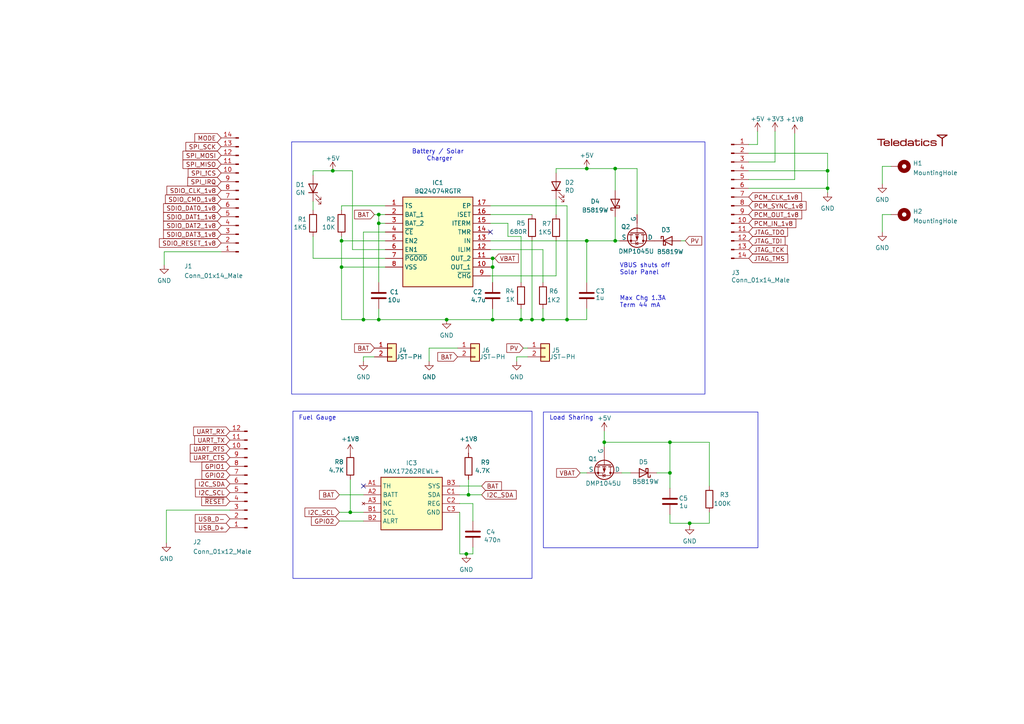
<source format=kicad_sch>
(kicad_sch (version 20231120) (generator "eeschema") (generator_version "8.0")
  (paper "A4")
  (title_block (title "TD-WRLS Battery hAT") (date "2024-09-02") (rev "1.0") (company "Teledatics Inc") (comment 1 "James Ewing"))
  (lib_symbols
    (symbol "Battery_Management:BQ24074RGTT"
      (property "Reference" "IC1" (at 14.605 16.3943 0))
      (property "Value" "BQ24074RGTT" (at 14.605 13.97 0))
      (symbol "BQ24074RGTT_1_1"
        (pin passive line (at 0 8.89 0) (length 5.08) (name "TS") (number "1"))
        (pin passive line (at 30.48 -8.89 180) (length 5.08) (name "OUT_1") (number "10"))
        (pin passive line (at 30.48 -6.35 180) (length 5.08) (name "OUT_2") (number "11"))
        (pin passive line (at 30.48 -3.81 180) (length 5.08) (name "ILIM") (number "12"))
        (pin passive line (at 30.48 -1.27 180) (length 5.08) (name "IN") (number "13"))
        (pin passive line (at 30.48 1.27 180) (length 5.08) (name "TMR") (number "14"))
        (pin passive line (at 30.48 3.81 180) (length 5.08) (name "ITERM") (number "15"))
        (pin passive line (at 30.48 6.35 180) (length 5.08) (name "ISET") (number "16"))
        (pin passive line (at 30.48 8.89 180) (length 5.08) (name "EP") (number "17"))
        (pin passive line (at 0 6.35 0) (length 5.08) (name "BAT_1") (number "2"))
        (pin passive line (at 0 3.81 0) (length 5.08) (name "BAT_2") (number "3"))
        (pin passive line (at 0 1.27 0) (length 5.08) (name "~{CE}") (number "4"))
        (pin passive line (at 0 -1.27 0) (length 5.08) (name "EN2") (number "5"))
        (pin passive line (at 0 -3.81 0) (length 5.08) (name "EN1") (number "6"))
        (pin passive line (at 0 -6.35 0) (length 5.08) (name "~{PGOOD}") (number "7"))
        (pin passive line (at 0 -8.89 0) (length 5.08) (name "VSS") (number "8"))
        (pin passive line (at 30.48 -11.43 180) (length 5.08) (name "~{CHG}") (number "9"))
      )
    )
    (symbol "Battery_Management:MAX17262REWL+"
      (property "Reference" "IC" (at 24.13 7.62 0))
      (property "Value" "MAX17262REWL+" (at 24.13 5.08 0))
      (symbol "MAX17262REWL+_1_1"
        (pin passive line (at 0 0 0) (length 5.08) (name "TH") (number "A1"))
        (pin passive line (at 0 -2.54 0) (length 5.08) (name "BATT") (number "A2"))
        (pin no_connect line (at 0 -5.08 0) (length 5.08) (name "NC") (number "A3"))
        (pin passive line (at 0 -7.62 0) (length 5.08) (name "SCL") (number "B1"))
        (pin passive line (at 0 -10.16 0) (length 5.08) (name "ALRT") (number "B2"))
        (pin passive line (at 27.94 0 180) (length 5.08) (name "SYS") (number "B3"))
        (pin passive line (at 27.94 -2.54 180) (length 5.08) (name "SDA") (number "C1"))
        (pin passive line (at 27.94 -5.08 180) (length 5.08) (name "REG") (number "C2"))
        (pin passive line (at 27.94 -7.62 180) (length 5.08) (name "GND") (number "C3"))
      )
    )
    (symbol "Conn_01x14_Male_1" (pin_names (offset 1.016) hide)
      (property "Reference" "J" (at 0 17.78 0))
      (property "Value" "Conn_01x14_Male_1" (at 0 -20.32 0))
      (symbol "Conn_01x14_Male_1_1_1"
        (pin passive line (at 5.08 15.24 180) (length 3.81) (name "Pin_1") (number "1"))
        (pin passive line (at 5.08 -7.62 180) (length 3.81) (name "Pin_10") (number "10"))
        (pin passive line (at 5.08 -10.16 180) (length 3.81) (name "Pin_11") (number "11"))
        (pin passive line (at 5.08 -12.7 180) (length 3.81) (name "Pin_12") (number "12"))
        (pin passive line (at 5.08 -15.24 180) (length 3.81) (name "Pin_13") (number "13"))
        (pin passive line (at 5.08 -17.78 180) (length 3.81) (name "Pin_14") (number "14"))
        (pin passive line (at 5.08 12.7 180) (length 3.81) (name "Pin_2") (number "2"))
        (pin passive line (at 5.08 10.16 180) (length 3.81) (name "Pin_3") (number "3"))
        (pin passive line (at 5.08 7.62 180) (length 3.81) (name "Pin_4") (number "4"))
        (pin passive line (at 5.08 5.08 180) (length 3.81) (name "Pin_5") (number "5"))
        (pin passive line (at 5.08 2.54 180) (length 3.81) (name "Pin_6") (number "6"))
        (pin passive line (at 5.08 0 180) (length 3.81) (name "Pin_7") (number "7"))
        (pin passive line (at 5.08 -2.54 180) (length 3.81) (name "Pin_8") (number "8"))
        (pin passive line (at 5.08 -5.08 180) (length 3.81) (name "Pin_9") (number "9"))
      )
    )
    (symbol "Connector:Conn_01x12_Male" (pin_names (offset 1.016) hide)
      (property "Reference" "J" (at 0 15.24 0))
      (property "Value" "Conn_01x12_Male" (at 0 -17.78 0))
      (symbol "Conn_01x12_Male_1_1"
        (pin passive line (at 5.08 12.7 180) (length 3.81) (name "Pin_1") (number "1"))
        (pin passive line (at 5.08 -10.16 180) (length 3.81) (name "Pin_10") (number "10"))
        (pin passive line (at 5.08 -12.7 180) (length 3.81) (name "Pin_11") (number "11"))
        (pin passive line (at 5.08 -15.24 180) (length 3.81) (name "Pin_12") (number "12"))
        (pin passive line (at 5.08 10.16 180) (length 3.81) (name "Pin_2") (number "2"))
        (pin passive line (at 5.08 7.62 180) (length 3.81) (name "Pin_3") (number "3"))
        (pin passive line (at 5.08 5.08 180) (length 3.81) (name "Pin_4") (number "4"))
        (pin passive line (at 5.08 2.54 180) (length 3.81) (name "Pin_5") (number "5"))
        (pin passive line (at 5.08 0 180) (length 3.81) (name "Pin_6") (number "6"))
        (pin passive line (at 5.08 -2.54 180) (length 3.81) (name "Pin_7") (number "7"))
        (pin passive line (at 5.08 -5.08 180) (length 3.81) (name "Pin_8") (number "8"))
        (pin passive line (at 5.08 -7.62 180) (length 3.81) (name "Pin_9") (number "9"))
      )
    )
    (symbol "Connector:Conn_01x14_Male" (pin_names (offset 1.016) hide)
      (property "Reference" "J" (at 0 17.78 0))
      (property "Value" "Conn_01x14_Male" (at 0 -20.32 0))
      (symbol "Conn_01x14_Male_1_1"
        (pin passive line (at 5.08 15.24 180) (length 3.81) (name "Pin_1") (number "1"))
        (pin passive line (at 5.08 -7.62 180) (length 3.81) (name "Pin_10") (number "10"))
        (pin passive line (at 5.08 -10.16 180) (length 3.81) (name "Pin_11") (number "11"))
        (pin passive line (at 5.08 -12.7 180) (length 3.81) (name "Pin_12") (number "12"))
        (pin passive line (at 5.08 -15.24 180) (length 3.81) (name "Pin_13") (number "13"))
        (pin passive line (at 5.08 -17.78 180) (length 3.81) (name "Pin_14") (number "14"))
        (pin passive line (at 5.08 12.7 180) (length 3.81) (name "Pin_2") (number "2"))
        (pin passive line (at 5.08 10.16 180) (length 3.81) (name "Pin_3") (number "3"))
        (pin passive line (at 5.08 7.62 180) (length 3.81) (name "Pin_4") (number "4"))
        (pin passive line (at 5.08 5.08 180) (length 3.81) (name "Pin_5") (number "5"))
        (pin passive line (at 5.08 2.54 180) (length 3.81) (name "Pin_6") (number "6"))
        (pin passive line (at 5.08 0 180) (length 3.81) (name "Pin_7") (number "7"))
        (pin passive line (at 5.08 -2.54 180) (length 3.81) (name "Pin_8") (number "8"))
        (pin passive line (at 5.08 -5.08 180) (length 3.81) (name "Pin_9") (number "9"))
      )
    )
    (symbol "Connector_Generic:Conn_01x02" (pin_names (offset 1.016) hide)
      (property "Reference" "J" (at 0 2.54 0))
      (property "Value" "Conn_01x02" (at 0 -5.08 0))
      (symbol "Conn_01x02_1_1"
        (pin passive line (at -5.08 0 0) (length 3.81) (name "Pin_1") (number "1"))
        (pin passive line (at -5.08 -2.54 0) (length 3.81) (name "Pin_2") (number "2"))
      )
    )
    (symbol "Device:C" (pin_numbers hide) (pin_names (offset 0.254))
      (property "Reference" "C" (at 0.635 2.54 0))
      (property "Value" "C" (at 0.635 -2.54 0))
      (symbol "C_1_1"
        (pin passive line (at 0 3.81 270) (length 2.794) (name "~") (number "1"))
        (pin passive line (at 0 -3.81 90) (length 2.794) (name "~") (number "2"))
      )
    )
    (symbol "Device:D_Schottky" (pin_numbers hide) (pin_names (offset 1.016) hide)
      (property "Reference" "D" (at 0 2.54 0))
      (property "Value" "D_Schottky" (at 0 -2.54 0))
      (symbol "D_Schottky_1_1"
        (pin passive line (at -3.81 0 0) (length 2.54) (name "K") (number "1"))
        (pin passive line (at 3.81 0 180) (length 2.54) (name "A") (number "2"))
      )
    )
    (symbol "Device:LED" (pin_numbers hide) (pin_names (offset 1.016) hide)
      (property "Reference" "D" (at 0 2.54 0))
      (property "Value" "LED" (at 0 -2.54 0))
      (symbol "LED_1_1"
        (pin passive line (at -3.81 0 0) (length 2.54) (name "K") (number "1"))
        (pin passive line (at 3.81 0 180) (length 2.54) (name "A") (number "2"))
      )
    )
    (symbol "Device:R" (pin_numbers hide) (pin_names (offset 0))
      (property "Reference" "R" (at 2.032 0 90))
      (property "Value" "R" (at 0 0 90))
      (symbol "R_1_1"
        (pin passive line (at 0 3.81 270) (length 1.27) (name "~") (number "1"))
        (pin passive line (at 0 -3.81 90) (length 1.27) (name "~") (number "2"))
      )
    )
    (symbol "Mechanical:MountingHole_Pad" (pin_numbers hide) (pin_names (offset 1.016) hide)
      (property "Reference" "H" (at 0 6.35 0))
      (property "Value" "MountingHole_Pad" (at 0 4.445 0))
      (symbol "MountingHole_Pad_1_1"
        (pin input line (at 0 -2.54 90) (length 2.54) (name "1") (number "1"))
      )
    )
    (symbol "Simulation_SPICE:PMOS" (pin_numbers hide) (pin_names (offset 0))
      (property "Reference" "Q" (at 5.08 1.27 0))
      (property "Value" "PMOS" (at 5.08 -1.27 0))
      (symbol "PMOS_1_1"
        (pin passive line (at 2.54 5.08 270) (length 2.54) (name "D") (number "1"))
        (pin input line (at -5.08 0 0) (length 2.54) (name "G") (number "2"))
        (pin passive line (at 2.54 -5.08 90) (length 2.54) (name "S") (number "3"))
      )
    )
    (symbol "power:+1V8" (power) (pin_numbers hide) (pin_names (offset 0) hide)
      (property "Value" "+1V8" (at 0 3.556 0))
      (symbol "+1V8_1_1"
        (pin power_in line (at 0 0 90) (length 0) (name "~") (number "1"))
      )
    )
    (symbol "power:+3V3" (power) (pin_names (offset 0))
      (property "Value" "+3V3" (at 0 3.556 0))
      (symbol "+3V3_1_1"
        (pin power_in line (at 0 0 90) (length 0) hide (name "+3V3") (number "1"))
      )
    )
    (symbol "power:+5V" (power) (pin_names (offset 0))
      (property "Value" "+5V" (at 0 3.556 0))
      (symbol "+5V_1_1"
        (pin power_in line (at 0 0 90) (length 0) hide (name "+5V") (number "1"))
      )
    )
    (symbol "power:GND" (power) (pin_names (offset 0))
      (property "Value" "GND" (at 0 -3.81 0))
      (symbol "GND_1_1"
        (pin power_in line (at 0 0 270) (length 0) hide (name "GND") (number "1"))
      )
    )
    (symbol "teledatics:teledatics_logo" (pin_names (offset 1.016)))
  )
  (junction (at 142.875 92.71))
  (junction (at 135.255 160.655))
  (junction (at 109.855 92.71))
  (junction (at 129.54 92.71))
  (junction (at 142.875 77.47))
  (junction (at 154.305 92.71))
  (junction (at 101.6 148.59))
  (junction (at 142.875 74.93))
  (junction (at 164.465 92.71))
  (junction (at 109.855 62.23))
  (junction (at 170.18 48.895))
  (junction (at 240.03 49.53))
  (junction (at 157.48 92.71))
  (junction (at 99.06 69.85))
  (junction (at 96.52 49.53))
  (junction (at 178.435 69.85))
  (junction (at 200.025 151.765))
  (junction (at 105.41 92.71))
  (junction (at 170.18 69.85))
  (junction (at 151.13 92.71))
  (junction (at 135.89 143.51))
  (junction (at 178.435 48.895))
  (junction (at 109.855 64.77))
  (junction (at 194.31 137.16))
  (junction (at 194.31 128.27))
  (junction (at 240.03 54.61))
  (junction (at 99.06 77.47))
  (junction (at 175.26 128.27))
  (no_connect (at 142.24 67.31))
  (no_connect (at 105.41 140.97))
  (wire (pts (xy 101.6 139.065) (xy 101.6 148.59)))
  (wire (pts (xy 132.715 100.965) (xy 124.46 100.965)))
  (wire (pts (xy 217.17 49.53) (xy 240.03 49.53)))
  (wire (pts (xy 133.35 146.05) (xy 137.16 146.05)))
  (wire (pts (xy 99.06 77.47) (xy 111.76 77.47)))
  (wire (pts (xy 255.905 53.34) (xy 255.905 48.26)))
  (wire (pts (xy 197.485 69.85) (xy 198.755 69.85)))
  (wire (pts (xy 170.18 69.85) (xy 178.435 69.85)))
  (wire (pts (xy 108.585 62.23) (xy 109.855 62.23)))
  (wire (pts (xy 178.435 69.85) (xy 179.705 69.85)))
  (wire (pts (xy 157.48 72.39) (xy 157.48 81.915)))
  (wire (pts (xy 255.905 67.31) (xy 255.905 62.23)))
  (wire (pts (xy 217.17 44.45) (xy 240.03 44.45)))
  (wire (pts (xy 217.17 41.91) (xy 219.71 41.91)))
  (wire (pts (xy 200.025 151.765) (xy 200.025 152.4)))
  (wire (pts (xy 135.89 139.065) (xy 135.89 143.51)))
  (wire (pts (xy 105.41 92.71) (xy 109.855 92.71)))
  (wire (pts (xy 48.26 147.955) (xy 48.26 157.48)))
  (wire (pts (xy 137.16 146.05) (xy 137.16 151.13)))
  (wire (pts (xy 170.18 89.535) (xy 170.18 92.71)))
  (wire (pts (xy 142.875 77.47) (xy 142.875 81.915)))
  (wire (pts (xy 153.035 103.505) (xy 149.86 103.505)))
  (wire (pts (xy 151.13 68.58) (xy 151.13 81.915)))
  (wire (pts (xy 135.255 160.655) (xy 133.35 160.655)))
  (wire (pts (xy 194.31 149.225) (xy 194.31 151.765)))
  (wire (pts (xy 157.48 89.535) (xy 157.48 92.71)))
  (wire (pts (xy 154.305 92.71) (xy 157.48 92.71)))
  (wire (pts (xy 133.35 148.59) (xy 133.35 160.655)))
  (wire (pts (xy 64.135 73.025) (xy 47.625 73.025)))
  (wire (pts (xy 200.025 151.765) (xy 205.74 151.765)))
  (wire (pts (xy 142.24 64.77) (xy 147.32 64.77)))
  (wire (pts (xy 142.24 77.47) (xy 142.875 77.47)))
  (wire (pts (xy 147.32 68.58) (xy 147.32 64.77)))
  (wire (pts (xy 184.785 62.23) (xy 184.785 48.895)))
  (wire (pts (xy 151.13 92.71) (xy 154.305 92.71)))
  (wire (pts (xy 175.26 125.095) (xy 175.26 128.27)))
  (wire (pts (xy 99.06 77.47) (xy 99.06 92.71)))
  (wire (pts (xy 240.03 49.53) (xy 240.03 54.61)))
  (wire (pts (xy 99.06 59.69) (xy 111.76 59.69)))
  (wire (pts (xy 109.855 64.77) (xy 109.855 81.915)))
  (wire (pts (xy 255.905 48.26) (xy 258.445 48.26)))
  (wire (pts (xy 99.06 69.85) (xy 99.06 77.47)))
  (wire (pts (xy 96.52 49.53) (xy 102.235 49.53)))
  (wire (pts (xy 164.465 92.71) (xy 170.18 92.71)))
  (wire (pts (xy 90.805 68.58) (xy 90.805 74.93)))
  (wire (pts (xy 142.875 92.71) (xy 151.13 92.71)))
  (wire (pts (xy 161.29 50.165) (xy 161.29 48.895)))
  (wire (pts (xy 98.425 148.59) (xy 101.6 148.59)))
  (wire (pts (xy 99.06 92.71) (xy 105.41 92.71)))
  (wire (pts (xy 161.29 69.85) (xy 161.29 80.01)))
  (wire (pts (xy 217.17 52.07) (xy 230.505 52.07)))
  (wire (pts (xy 142.24 80.01) (xy 161.29 80.01)))
  (wire (pts (xy 170.18 69.85) (xy 170.18 81.915)))
  (wire (pts (xy 66.675 147.955) (xy 48.26 147.955)))
  (wire (pts (xy 142.875 89.535) (xy 142.875 92.71)))
  (wire (pts (xy 164.465 59.69) (xy 164.465 92.71)))
  (wire (pts (xy 190.5 137.16) (xy 194.31 137.16)))
  (wire (pts (xy 109.855 62.23) (xy 109.855 64.77)))
  (wire (pts (xy 205.74 148.59) (xy 205.74 151.765)))
  (wire (pts (xy 101.6 148.59) (xy 105.41 148.59)))
  (wire (pts (xy 90.805 49.53) (xy 90.805 50.8)))
  (wire (pts (xy 142.24 69.85) (xy 170.18 69.85)))
  (wire (pts (xy 151.13 89.535) (xy 151.13 92.71)))
  (wire (pts (xy 105.41 67.31) (xy 105.41 92.71)))
  (wire (pts (xy 178.435 48.895) (xy 184.785 48.895)))
  (wire (pts (xy 157.48 92.71) (xy 164.465 92.71)))
  (wire (pts (xy 98.425 151.13) (xy 105.41 151.13)))
  (wire (pts (xy 217.17 54.61) (xy 240.03 54.61)))
  (wire (pts (xy 105.41 103.505) (xy 105.41 104.775)))
  (wire (pts (xy 109.855 89.535) (xy 109.855 92.71)))
  (wire (pts (xy 124.46 100.965) (xy 124.46 104.775)))
  (wire (pts (xy 142.875 74.93) (xy 143.51 74.93)))
  (wire (pts (xy 129.54 92.71) (xy 142.875 92.71)))
  (wire (pts (xy 137.16 160.655) (xy 135.255 160.655)))
  (wire (pts (xy 105.41 67.31) (xy 111.76 67.31)))
  (wire (pts (xy 135.89 143.51) (xy 139.7 143.51)))
  (wire (pts (xy 217.17 46.99) (xy 224.79 46.99)))
  (wire (pts (xy 133.35 140.97) (xy 139.7 140.97)))
  (wire (pts (xy 111.76 74.93) (xy 90.805 74.93)))
  (wire (pts (xy 99.06 69.85) (xy 111.76 69.85)))
  (wire (pts (xy 224.79 38.1) (xy 224.79 46.99)))
  (wire (pts (xy 99.06 59.69) (xy 99.06 60.96)))
  (wire (pts (xy 90.805 49.53) (xy 96.52 49.53)))
  (wire (pts (xy 109.855 64.77) (xy 111.76 64.77)))
  (wire (pts (xy 137.16 158.75) (xy 137.16 160.655)))
  (wire (pts (xy 142.24 72.39) (xy 157.48 72.39)))
  (wire (pts (xy 219.71 38.1) (xy 219.71 41.91)))
  (wire (pts (xy 142.24 59.69) (xy 164.465 59.69)))
  (wire (pts (xy 142.24 62.23) (xy 154.305 62.23)))
  (wire (pts (xy 230.505 52.07) (xy 230.505 38.735)))
  (wire (pts (xy 255.905 62.23) (xy 258.445 62.23)))
  (wire (pts (xy 102.235 72.39) (xy 111.76 72.39)))
  (wire (pts (xy 98.425 143.51) (xy 105.41 143.51)))
  (wire (pts (xy 178.435 48.895) (xy 178.435 55.245)))
  (wire (pts (xy 142.875 77.47) (xy 142.875 74.93)))
  (wire (pts (xy 161.29 57.785) (xy 161.29 62.23)))
  (wire (pts (xy 170.18 48.895) (xy 178.435 48.895)))
  (wire (pts (xy 154.305 69.85) (xy 154.305 92.71)))
  (wire (pts (xy 47.625 73.025) (xy 47.625 76.835)))
  (wire (pts (xy 108.585 103.505) (xy 105.41 103.505)))
  (wire (pts (xy 151.13 68.58) (xy 147.32 68.58)))
  (wire (pts (xy 194.31 128.27) (xy 194.31 137.16)))
  (wire (pts (xy 194.31 128.27) (xy 205.74 128.27)))
  (wire (pts (xy 240.03 44.45) (xy 240.03 49.53)))
  (wire (pts (xy 178.435 62.865) (xy 178.435 69.85)))
  (wire (pts (xy 175.26 128.27) (xy 175.26 129.54)))
  (wire (pts (xy 168.275 137.16) (xy 170.18 137.16)))
  (wire (pts (xy 149.86 103.505) (xy 149.86 104.775)))
  (wire (pts (xy 102.235 72.39) (xy 102.235 49.53)))
  (wire (pts (xy 161.29 48.895) (xy 170.18 48.895)))
  (wire (pts (xy 109.855 92.71) (xy 129.54 92.71)))
  (wire (pts (xy 99.06 68.58) (xy 99.06 69.85)))
  (wire (pts (xy 180.34 137.16) (xy 182.88 137.16)))
  (wire (pts (xy 194.31 151.765) (xy 200.025 151.765)))
  (wire (pts (xy 133.35 143.51) (xy 135.89 143.51)))
  (wire (pts (xy 142.24 74.93) (xy 142.875 74.93)))
  (wire (pts (xy 90.805 58.42) (xy 90.805 60.96)))
  (wire (pts (xy 240.03 54.61) (xy 240.03 55.88)))
  (wire (pts (xy 205.74 128.27) (xy 205.74 140.97)))
  (wire (pts (xy 175.26 128.27) (xy 194.31 128.27)))
  (wire (pts (xy 194.31 137.16) (xy 194.31 141.605)))
  (wire (pts (xy 111.76 62.23) (xy 109.855 62.23)))
  (wire (pts (xy 151.765 100.965) (xy 153.035 100.965)))
  (rectangle (start 84.582 41.148) (end 204.47 114.3))
  (rectangle (start 157.607 119.507) (end 219.837 158.877))
  (rectangle (start 84.963 119.253) (end 154.305 167.767))
  (text "Fuel Gauge" (at 92.075 121.285 0) (effects (font (size 1.27 1.27))))
  (text "Max Chg 1.3A\nTerm 44 mA\n" (at 179.705 87.63 0) (effects (font (size 1.27 1.27)) (justify left)))
  (text "Load Sharing" (at 165.735 121.285 0) (effects (font (size 1.27 1.27))))
  (text "VBUS shuts off\nSolar Panel" (at 179.705 78.105 0) (effects (font (size 1.27 1.27)) (justify left)))
  (text "Battery / Solar\n Charger" (at 127 45.085 0) (effects (font (size 1.27 1.27))))
  (global_label "GPIO1" (shape input) (at 66.675 135.255 180) (property "Intersheetrefs" "${INTERSHEET_REFS}" (effects (hide yes))))
  (global_label "SPI_IRQ" (shape input) (at 64.135 52.705 180) (property "Intersheetrefs" "${INTERSHEET_REFS}" (effects (hide yes))))
  (global_label "VBAT" (shape input) (at 168.275 137.16 180) (property "Intersheetrefs" "${INTERSHEET_REFS}" (effects (hide yes))))
  (global_label "PCM_IN_1v8" (shape input) (at 217.17 64.77 0) (property "Intersheetrefs" "${INTERSHEET_REFS}" (effects (hide yes))))
  (global_label "UART_CTS" (shape input) (at 66.675 132.715 180) (property "Intersheetrefs" "${INTERSHEET_REFS}" (effects (hide yes))))
  (global_label "SDIO_CLK_1v8" (shape input) (at 64.135 55.245 180) (property "Intersheetrefs" "${INTERSHEET_REFS}" (effects (hide yes))))
  (global_label "SDIO_DAT2_1v8" (shape input) (at 64.135 65.405 180) (property "Intersheetrefs" "${INTERSHEET_REFS}" (effects (hide yes))))
  (global_label "MODE" (shape input) (at 64.135 40.005 180) (property "Intersheetrefs" "${INTERSHEET_REFS}" (effects (hide yes))))
  (global_label "I2C_SDA" (shape input) (at 139.7 143.51 0) (property "Intersheetrefs" "${INTERSHEET_REFS}" (effects (hide yes))))
  (global_label "PCM_CLK_1v8" (shape input) (at 217.17 57.15 0) (property "Intersheetrefs" "${INTERSHEET_REFS}" (effects (hide yes))))
  (global_label "GPIO2" (shape input) (at 66.675 137.795 180) (property "Intersheetrefs" "${INTERSHEET_REFS}" (effects (hide yes))))
  (global_label "BAT" (shape input) (at 139.7 140.97 0) (property "Intersheetrefs" "${INTERSHEET_REFS}" (effects (hide yes))))
  (global_label "SDIO_CMD_1v8" (shape input) (at 64.135 57.785 180) (property "Intersheetrefs" "${INTERSHEET_REFS}" (effects (hide yes))))
  (global_label "BAT" (shape input) (at 108.585 100.965 180) (property "Intersheetrefs" "${INTERSHEET_REFS}" (effects (hide yes))))
  (global_label "SPI_!CS" (shape input) (at 64.135 50.165 180) (property "Intersheetrefs" "${INTERSHEET_REFS}" (effects (hide yes))))
  (global_label "USB_D+" (shape input) (at 66.675 153.035 180) (property "Intersheetrefs" "${INTERSHEET_REFS}" (effects (hide yes))))
  (global_label "JTAG_TDO" (shape input) (at 217.17 67.31 0) (property "Intersheetrefs" "${INTERSHEET_REFS}" (effects (hide yes))))
  (global_label "SPI_SCK" (shape input) (at 64.135 42.545 180) (property "Intersheetrefs" "${INTERSHEET_REFS}" (effects (hide yes))))
  (global_label "BAT" (shape input) (at 98.425 143.51 180) (property "Intersheetrefs" "${INTERSHEET_REFS}" (effects (hide yes))))
  (global_label "PCM_OUT_1v8" (shape input) (at 217.17 62.23 0) (property "Intersheetrefs" "${INTERSHEET_REFS}" (effects (hide yes))))
  (global_label "BAT" (shape input) (at 132.715 103.505 180) (property "Intersheetrefs" "${INTERSHEET_REFS}" (effects (hide yes))))
  (global_label "SDIO_DAT3_1v8" (shape input) (at 64.135 67.945 180) (property "Intersheetrefs" "${INTERSHEET_REFS}" (effects (hide yes))))
  (global_label "USB_D-" (shape input) (at 66.675 150.495 180) (property "Intersheetrefs" "${INTERSHEET_REFS}" (effects (hide yes))))
  (global_label "JTAG_TMS" (shape input) (at 217.17 74.93 0) (property "Intersheetrefs" "${INTERSHEET_REFS}" (effects (hide yes))))
  (global_label "JTAG_TCK" (shape input) (at 217.17 72.39 0) (property "Intersheetrefs" "${INTERSHEET_REFS}" (effects (hide yes))))
  (global_label "~{RESET}" (shape input) (at 66.675 145.415 180) (property "Intersheetrefs" "${INTERSHEET_REFS}" (effects (hide yes))))
  (global_label "I2C_SCL" (shape input) (at 98.425 148.59 180) (property "Intersheetrefs" "${INTERSHEET_REFS}" (effects (hide yes))))
  (global_label "JTAG_TDI" (shape input) (at 217.17 69.85 0) (property "Intersheetrefs" "${INTERSHEET_REFS}" (effects (hide yes))))
  (global_label "SDIO_RESET_1v8" (shape input) (at 64.135 70.485 180) (property "Intersheetrefs" "${INTERSHEET_REFS}" (effects (hide yes))))
  (global_label "UART_RX" (shape input) (at 66.675 125.095 180) (property "Intersheetrefs" "${INTERSHEET_REFS}" (effects (hide yes))))
  (global_label "SPI_MISO" (shape input) (at 64.135 47.625 180) (property "Intersheetrefs" "${INTERSHEET_REFS}" (effects (hide yes))))
  (global_label "I2C_SDA" (shape input) (at 66.675 140.335 180) (property "Intersheetrefs" "${INTERSHEET_REFS}" (effects (hide yes))))
  (global_label "SDIO_DAT0_1v8" (shape input) (at 64.135 60.325 180) (property "Intersheetrefs" "${INTERSHEET_REFS}" (effects (hide yes))))
  (global_label "BAT" (shape input) (at 108.585 62.23 180) (property "Intersheetrefs" "${INTERSHEET_REFS}" (effects (hide yes))))
  (global_label "I2C_SCL" (shape input) (at 66.675 142.875 180) (property "Intersheetrefs" "${INTERSHEET_REFS}" (effects (hide yes))))
  (global_label "VBAT" (shape input) (at 143.51 74.93 0) (property "Intersheetrefs" "${INTERSHEET_REFS}" (effects (hide yes))))
  (global_label "PCM_SYNC_1v8" (shape input) (at 217.17 59.69 0) (property "Intersheetrefs" "${INTERSHEET_REFS}" (effects (hide yes))))
  (global_label "SDIO_DAT1_1v8" (shape input) (at 64.135 62.865 180) (property "Intersheetrefs" "${INTERSHEET_REFS}" (effects (hide yes))))
  (global_label "UART_RTS" (shape input) (at 66.675 130.175 180) (property "Intersheetrefs" "${INTERSHEET_REFS}" (effects (hide yes))))
  (global_label "PV" (shape input) (at 198.755 69.85 0) (property "Intersheetrefs" "${INTERSHEET_REFS}" (effects (hide yes))))
  (global_label "GPIO2" (shape input) (at 98.425 151.13 180) (property "Intersheetrefs" "${INTERSHEET_REFS}" (effects (hide yes))))
  (global_label "SPI_MOSI" (shape input) (at 64.135 45.085 180) (property "Intersheetrefs" "${INTERSHEET_REFS}" (effects (hide yes))))
  (global_label "PV" (shape input) (at 151.765 100.965 180) (property "Intersheetrefs" "${INTERSHEET_REFS}" (effects (hide yes))))
  (global_label "UART_TX" (shape input) (at 66.675 127.635 180) (property "Intersheetrefs" "${INTERSHEET_REFS}" (effects (hide yes))))
  (symbol (lib_id "Device:R") (at 90.805 64.77 0) (mirror y) (unit 1)
    (property "Reference" "R1" (at 89.027 63.6016 0) (effects (justify left)))
    (property "Value" "1K5" (at 89.027 65.913 0) (effects (justify left)))
    (property "Footprint" "Resistor_SMD:R_0603_1608Metric" (effects (hide yes)))
  )
  (symbol (lib_id "Device:LED") (at 90.805 54.61 90) (unit 1)
    (property "Reference" "D1" (at 85.725 53.5686 90) (effects (justify right)))
    (property "Value" "GN" (at 85.725 55.88 90) (effects (justify right)))
    (property "Footprint" "LED_SMD:LED_0805_2012Metric" (effects (hide yes)))
  )
  (symbol (lib_id "power:GND") (at 124.46 104.775 0) (unit 1)
    (property "Reference" "#PWR017" (effects (hide yes)))
    (property "Value" "GND" (at 124.46 109.3374 0))
  )
  (symbol (lib_id "power:GND") (at 240.03 55.88 0) (unit 1)
    (property "Reference" "#PWR011" (effects (hide yes)))
    (property "Value" "GND" (at 240.03 60.4424 0))
  )
  (symbol (lib_id "power:GND") (at 105.41 104.775 0) (unit 1)
    (property "Reference" "#PWR04" (effects (hide yes)))
    (property "Value" "GND" (at 105.41 109.3374 0))
  )
  (symbol (lib_id "Device:C") (at 194.31 145.415 0) (unit 1)
    (property "Reference" "C5" (at 196.85 144.526 0) (effects (justify left)))
    (property "Value" "1u" (at 196.977 146.7104 0) (effects (justify left)))
    (property "Footprint" "Capacitor_SMD:C_0603_1608Metric" (effects (hide yes)))
  )
  (symbol (lib_id "Device:R") (at 205.74 144.78 0) (mirror y) (unit 1)
    (property "Reference" "R3" (at 211.455 143.51 0) (effects (justify left)))
    (property "Value" "100K" (at 212.09 146.05 0) (effects (justify left)))
    (property "Footprint" "Resistor_SMD:R_0603_1608Metric" (effects (hide yes)))
  )
  (symbol (lib_id "power:+5V") (at 96.52 49.53 0) (unit 1)
    (property "Reference" "#PWR03" (effects (hide yes)))
    (property "Value" "+5V" (at 96.52 45.9255 0))
  )
  (symbol (lib_id "Device:D_Schottky") (at 186.69 137.16 180) (unit 1)
    (property "Reference" "D5" (at 187.96 133.985 0) (effects (justify left)))
    (property "Value" "B5819W" (at 191.135 139.7 0) (effects (justify left)))
    (property "Footprint" "Diode_SMD:D_SOD-123" (effects (hide yes)))
  )
  (symbol (lib_id "power:GND") (at 255.905 53.34 0) (unit 1)
    (property "Reference" "#PWR012" (effects (hide yes)))
    (property "Value" "GND" (at 255.905 57.9024 0))
  )
  (symbol (lib_id "Device:R") (at 157.48 85.725 0) (mirror y) (unit 1)
    (property "Reference" "R6" (at 161.925 84.455 0) (effects (justify left)))
    (property "Value" "1K2" (at 162.56 86.995 0) (effects (justify left)))
    (property "Footprint" "Resistor_SMD:R_0603_1608Metric" (effects (hide yes)))
  )
  (symbol (lib_id "Device:LED") (at 161.29 53.975 90) (unit 1)
    (property "Reference" "D2" (at 163.83 52.9336 90) (effects (justify right)))
    (property "Value" "RD" (at 163.83 55.245 90) (effects (justify right)))
    (property "Footprint" "LED_SMD:LED_0805_2012Metric" (effects (hide yes)))
  )
  (symbol (lib_name "Conn_01x14_Male_1") (lib_id "Connector:Conn_01x14_Male") (at 69.215 57.785 180) (unit 1)
    (property "Reference" "J1" (at 53.4162 77.1965 0) (effects (justify right)))
    (property "Value" "Conn_01x14_Male" (at 53.4162 79.9716 0) (effects (justify right)))
    (property "Footprint" "Connector_PinHeader_2.54mm:PinHeader_1x14_P2.54mm_Vertical" (effects (hide yes)))
  )
  (symbol (lib_id "power:GND") (at 149.86 104.775 0) (unit 1)
    (property "Reference" "#PWR06" (effects (hide yes)))
    (property "Value" "GND" (at 149.86 109.3374 0))
  )
  (symbol (lib_id "Device:C") (at 109.855 85.725 0) (unit 1)
    (property "Reference" "C1" (at 113.03 84.6836 0) (effects (justify left)))
    (property "Value" "10u" (at 112.395 86.995 0) (effects (justify left)))
    (property "Footprint" "Capacitor_SMD:C_0603_1608Metric" (effects (hide yes)))
  )
  (symbol (lib_id "power:GND") (at 255.905 67.31 0) (unit 1)
    (property "Reference" "#PWR013" (effects (hide yes)))
    (property "Value" "GND" (at 255.905 71.8724 0))
  )
  (symbol (lib_id "Connector:Conn_01x12_Male") (at 71.755 140.335 180) (unit 1)
    (property "Reference" "J2" (at 55.9562 157.2065 0) (effects (justify right)))
    (property "Value" "Conn_01x12_Male" (at 55.9562 159.9816 0) (effects (justify right)))
    (property "Footprint" "Connector_PinHeader_2.54mm:PinHeader_1x12_P2.54mm_Vertical" (effects (hide yes)))
  )
  (symbol (lib_id "power:+1V8") (at 230.505 38.735 0) (unit 1)
    (property "Reference" "#PWR010" (effects (hide yes)))
    (property "Value" "+1V8" (at 230.505 34.6019 0))
    (property "Description" "Power symbol creates a global label with name \"+1V8\"" (effects (hide yes)))
  )
  (symbol (lib_id "power:+5V") (at 175.26 125.095 0) (unit 1)
    (property "Reference" "#PWR015" (effects (hide yes)))
    (property "Value" "+5V" (at 175.26 121.285 0))
  )
  (symbol (lib_id "power:GND") (at 48.26 157.48 0) (unit 1)
    (property "Reference" "#PWR02" (effects (hide yes)))
    (property "Value" "GND" (at 48.26 162.0424 0))
  )
  (symbol (lib_id "power:GND") (at 200.025 152.4 0) (unit 1)
    (property "Reference" "#PWR019" (effects (hide yes)))
    (property "Value" "GND" (at 200.025 156.9624 0))
  )
  (symbol (lib_id "Simulation_SPICE:PMOS") (at 184.785 67.31 270) (unit 1)
    (property "Reference" "Q2" (at 181.483 65.786 90))
    (property "Value" "DMP1045U" (at 184.531 72.898 90))
    (property "Footprint" "Package_TO_SOT_SMD:SOT-23" (effects (hide yes)))
    (property "Datasheet" "https://ngspice.sourceforge.io/docs/ngspice-html-manual/manual.xhtml#cha_MOSFETs" (effects (hide yes)))
    (property "Sim.Device" "PMOS" (effects (hide yes)))
    (property "Sim.Type" "VDMOS" (effects (hide yes)))
    (property "Sim.Pins" "1=D 2=G 3=S" (effects (hide yes)))
  )
  (symbol (lib_id "Device:D_Schottky") (at 193.675 69.85 0) (unit 1)
    (property "Reference" "D3" (at 191.77 66.675 0) (effects (justify left)))
    (property "Value" "B5819W" (at 190.5 73.025 0) (effects (justify left)))
    (property "Footprint" "Diode_SMD:D_SOD-123" (effects (hide yes)))
  )
  (symbol (lib_id "Device:D_Schottky") (at 178.435 59.055 90) (unit 1)
    (property "Reference" "D4" (at 173.99 58.42 90) (effects (justify left)))
    (property "Value" "B5819W" (at 176.53 60.96 90) (effects (justify left)))
    (property "Footprint" "Diode_SMD:D_SOD-123" (effects (hide yes)))
  )
  (symbol (lib_id "Mechanical:MountingHole_Pad") (at 260.985 62.23 270) (unit 1)
    (property "Reference" "H2" (at 264.795 61.3215 90) (effects (justify left)))
    (property "Value" "MountingHole" (at 264.795 64.0966 90) (effects (justify left)))
    (property "Footprint" "MountingHole:MountingHole_3.2mm_M3_Pad" (effects (hide yes)))
  )
  (symbol (lib_id "Mechanical:MountingHole_Pad") (at 260.985 48.26 270) (unit 1)
    (property "Reference" "H1" (at 264.795 47.3515 90) (effects (justify left)))
    (property "Value" "MountingHole" (at 264.795 50.1266 90) (effects (justify left)))
    (property "Footprint" "MountingHole:MountingHole_3.2mm_M3_Pad" (effects (hide yes)))
  )
  (symbol (lib_id "Connector_Generic:Conn_01x02") (at 158.115 100.965 0) (unit 1)
    (property "Reference" "J5" (at 160.02 101.6 0) (effects (justify left)))
    (property "Value" "JST-PH" (at 159.385 103.505 0) (effects (justify left)))
    (property "Footprint" "Connector_JST:JST_PH_B2B-PH-K_1x02_P2.00mm_Vertical" (effects (hide yes)))
    (property "Mfgr" "JST" (effects (hide yes)))
    (property "Vendorpart" "455-1719-ND" (effects (hide yes)))
    (property "Mfgrpart" "S2B-PH-K-S(LF)(SN)" (effects (hide yes)))
  )
  (symbol (lib_id "Battery_Management:MAX17262REWL+") (at 105.41 140.97 0) (unit 1)
    (property "Reference" "IC3" (at 119.38 134.2855 0))
    (property "Value" "MAX17262REWL+" (at 119.38 136.7098 0))
    (property "Footprint" "Package_BGA:BGA9C40P3X3_147X145X69" (effects (hide yes)))
    (property "Datasheet" "https://www.analog.com/MAX17262/datasheet" (effects (hide yes)))
    (property "Description" "5.2A 1-Cell Fuel Gauge with ModelGauge m5 EZ and Internal Current Sensing" (effects (hide yes)))
    (property "Height" "0.69" (effects (hide yes)))
    (property "Manufacturer_Name" "Analog Devices" (effects (hide yes)))
    (property "Manufacturer_Part_Number" "MAX17262REWL+" (effects (hide yes)))
    (property "Mouser Part Number" "700-MAX17262REWL+" (effects (hide yes)))
    (property "Mouser Price/Stock" "https://www.mouser.co.uk/ProductDetail/Analog-Devices-Maxim-Integrated/MAX17262REWL%2b?qs=w%2Fv1CP2dgqo6D36Iz5Uhvw%3D%3D" (effects (hide yes)))
  )
  (symbol (lib_id "Device:C") (at 170.18 85.725 0) (unit 1)
    (property "Reference" "C3" (at 172.72 84.455 0) (effects (justify left)))
    (property "Value" "1u" (at 172.72 86.36 0) (effects (justify left)))
    (property "Footprint" "Capacitor_SMD:C_0603_1608Metric" (effects (hide yes)))
  )
  (symbol (lib_id "power:+3V3") (at 224.79 38.1 0) (unit 1)
    (property "Reference" "#PWR09" (effects (hide yes)))
    (property "Value" "+3V3" (at 224.79 34.4955 0))
  )
  (symbol (lib_id "power:+1V8") (at 101.6 131.445 0) (unit 1)
    (property "Reference" "#PWR018" (effects (hide yes)))
    (property "Value" "+1V8" (at 101.6 127.3119 0))
    (property "Description" "Power symbol creates a global label with name \"+1V8\"" (effects (hide yes)))
  )
  (symbol (lib_id "Device:R") (at 101.6 135.255 0) (mirror y) (unit 1)
    (property "Reference" "R8" (at 99.695 133.985 0) (effects (justify left)))
    (property "Value" "4.7K" (at 99.822 136.398 0) (effects (justify left)))
    (property "Footprint" "Resistor_SMD:R_0603_1608Metric" (effects (hide yes)))
  )
  (symbol (lib_id "power:GND") (at 47.625 76.835 0) (unit 1)
    (property "Reference" "#PWR01" (effects (hide yes)))
    (property "Value" "GND" (at 47.625 81.3974 0))
  )
  (symbol (lib_id "Device:R") (at 151.13 85.725 0) (mirror y) (unit 1)
    (property "Reference" "R4" (at 149.225 84.455 0) (effects (justify left)))
    (property "Value" "1K" (at 149.352 86.868 0) (effects (justify left)))
    (property "Footprint" "Resistor_SMD:R_0603_1608Metric" (effects (hide yes)))
  )
  (symbol (lib_id "Device:C") (at 142.875 85.725 0) (unit 1)
    (property "Reference" "C2" (at 137.16 84.6836 0) (effects (justify left)))
    (property "Value" "4.7u" (at 136.525 86.995 0) (effects (justify left)))
    (property "Footprint" "Capacitor_SMD:C_0603_1608Metric" (effects (hide yes)))
  )
  (symbol (lib_id "power:+1V8") (at 135.89 131.445 0) (unit 1)
    (property "Reference" "#PWR014" (effects (hide yes)))
    (property "Value" "+1V8" (at 135.89 127.3119 0))
    (property "Description" "Power symbol creates a global label with name \"+1V8\"" (effects (hide yes)))
  )
  (symbol (lib_id "Connector_Generic:Conn_01x02") (at 137.795 100.965 0) (unit 1)
    (property "Reference" "J6" (at 139.7 101.6 0) (effects (justify left)))
    (property "Value" "JST-PH" (at 139.065 103.505 0) (effects (justify left)))
    (property "Footprint" "Connector_JST:JST_PH_B2B-PH-K_1x02_P2.00mm_Vertical" (effects (hide yes)))
    (property "Mfgr" "JST" (effects (hide yes)))
    (property "Vendorpart" "455-1719-ND" (effects (hide yes)))
    (property "Mfgrpart" "S2B-PH-K-S(LF)(SN)" (effects (hide yes)))
  )
  (symbol (lib_id "Simulation_SPICE:PMOS") (at 175.26 134.62 270) (unit 1)
    (property "Reference" "Q1" (at 171.958 133.096 90))
    (property "Value" "DMP1045U" (at 175.006 140.208 90))
    (property "Footprint" "Package_TO_SOT_SMD:SOT-23" (effects (hide yes)))
    (property "Datasheet" "https://ngspice.sourceforge.io/docs/ngspice-html-manual/manual.xhtml#cha_MOSFETs" (effects (hide yes)))
    (property "Sim.Device" "PMOS" (effects (hide yes)))
    (property "Sim.Type" "VDMOS" (effects (hide yes)))
    (property "Sim.Pins" "1=D 2=G 3=S" (effects (hide yes)))
  )
  (symbol (lib_id "Device:R") (at 135.89 135.255 0) (mirror y) (unit 1)
    (property "Reference" "R9" (at 142.113 134.112 0) (effects (justify left)))
    (property "Value" "4.7K" (at 142.24 136.525 0) (effects (justify left)))
    (property "Footprint" "Resistor_SMD:R_0603_1608Metric" (effects (hide yes)))
  )
  (symbol (lib_id "Connector_Generic:Conn_01x02") (at 113.665 100.965 0) (unit 1)
    (property "Reference" "J4" (at 115.57 101.6 0) (effects (justify left)))
    (property "Value" "JST-PH" (at 114.935 103.505 0) (effects (justify left)))
    (property "Footprint" "Connector_JST:JST_PH_B2B-PH-K_1x02_P2.00mm_Vertical" (effects (hide yes)))
    (property "Mfgr" "JST" (effects (hide yes)))
    (property "Vendorpart" "455-1719-ND" (effects (hide yes)))
    (property "Mfgrpart" "S2B-PH-K-S(LF)(SN)" (effects (hide yes)))
  )
  (symbol (lib_id "Device:C") (at 137.16 154.94 0) (unit 1)
    (property "Reference" "C4" (at 140.97 154.305 0) (effects (justify left)))
    (property "Value" "470n" (at 140.335 156.6164 0) (effects (justify left)))
    (property "Footprint" "Capacitor_SMD:C_0603_1608Metric" (effects (hide yes)))
  )
  (symbol (lib_id "Connector:Conn_01x14_Male") (at 212.09 57.15 0) (unit 1)
    (property "Reference" "J3" (at 214.5538 79.1015 0) (effects (justify right)))
    (property "Value" "Conn_01x14_Male" (at 229.1588 81.2416 0) (effects (justify right)))
    (property "Footprint" "Connector_PinHeader_2.54mm:PinHeader_1x14_P2.54mm_Vertical" (effects (hide yes)))
  )
  (symbol (lib_id "power:GND") (at 129.54 92.71 0) (unit 1)
    (property "Reference" "#PWR05" (effects (hide yes)))
    (property "Value" "GND" (at 129.54 97.2724 0))
  )
  (symbol (lib_id "power:+5V") (at 219.71 38.1 0) (unit 1)
    (property "Reference" "#PWR08" (effects (hide yes)))
    (property "Value" "+5V" (at 219.71 34.4955 0))
  )
  (symbol (lib_id "teledatics:teledatics_logo") (at 265.938 55.88 0) (unit 1)
    (property "Reference" "#G1" (effects (hide yes)))
    (property "Value" "teledatics_logo" (effects (hide yes)))
  )
  (symbol (lib_id "Battery_Management:BQ24074RGTT") (at 111.76 68.58 0) (unit 1)
    (property "Reference" "IC1" (at 127 53.0055 0))
    (property "Value" "BQ24074RGTR" (at 127 55.4298 0))
    (property "Footprint" "easyeda2kicad:QFN-16_L3.0-W3.0-P0.50-TL-EP1.7" (effects (hide yes)))
    (property "Datasheet" "http://www.ti.com/lit/gpn/bq24074" (effects (hide yes)))
    (property "Description" "USB-Friendly Li-Ion Battery Charger and Power-Path Management IC, 10.5V OVP" (effects (hide yes)))
    (property "Height" "1" (effects (hide yes)))
    (property "Manufacturer_Name" "Texas Instruments" (effects (hide yes)))
    (property "Manufacturer_Part_Number" "BQ24074RGTT" (effects (hide yes)))
    (property "Mouser Part Number" "595-BQ24074RGTT" (effects (hide yes)))
    (property "Mouser Price/Stock" "https://www.mouser.co.uk/ProductDetail/Texas-Instruments/BQ24074RGTT?qs=ZV%2Fxhq4oszp0gb4MsbpFYw%3D%3D" (effects (hide yes)))
    (property "Arrow Part Number" "BQ24074RGTT" (effects (hide yes)))
    (property "Arrow Price/Stock" "https://www.arrow.com/en/products/bq24074rgtt/texas-instruments?region=nac" (effects (hide yes)))
  )
  (symbol (lib_id "Device:R") (at 99.06 64.77 0) (mirror y) (unit 1)
    (property "Reference" "R2" (at 97.282 63.6016 0) (effects (justify left)))
    (property "Value" "10K" (at 97.282 65.913 0) (effects (justify left)))
    (property "Footprint" "Resistor_SMD:R_0603_1608Metric" (effects (hide yes)))
  )
  (symbol (lib_id "power:GND") (at 135.255 160.655 0) (unit 1)
    (property "Reference" "#PWR016" (effects (hide yes)))
    (property "Value" "GND" (at 135.255 165.2174 0))
  )
  (symbol (lib_id "power:+5V") (at 170.18 48.895 0) (unit 1)
    (property "Reference" "#PWR07" (effects (hide yes)))
    (property "Value" "+5V" (at 170.18 45.085 0))
  )
  (symbol (lib_id "Device:R") (at 154.305 66.04 0) (mirror y) (unit 1)
    (property "Reference" "R5" (at 152.4 64.77 0) (effects (justify left)))
    (property "Value" "680R" (at 152.908 67.2084 0) (effects (justify left)))
    (property "Footprint" "Resistor_SMD:R_0603_1608Metric" (effects (hide yes)))
  )
  (symbol (lib_id "Device:R") (at 161.29 66.04 0) (mirror y) (unit 1)
    (property "Reference" "R7" (at 159.893 64.897 0) (effects (justify left)))
    (property "Value" "1K5" (at 160.02 67.31 0) (effects (justify left)))
    (property "Footprint" "Resistor_SMD:R_0603_1608Metric" (effects (hide yes)))
  )
)
</source>
